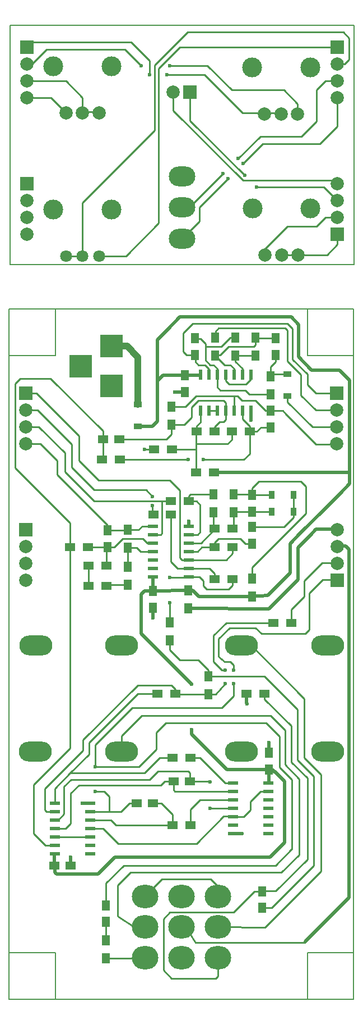
<source format=gbr>
G04 #@! TF.FileFunction,Copper,L1,Top,Signal*
%FSLAX46Y46*%
G04 Gerber Fmt 4.6, Leading zero omitted, Abs format (unit mm)*
G04 Created by KiCad (PCBNEW 4.0.7) date 01/23/18 15:00:53*
%MOMM*%
%LPD*%
G01*
G04 APERTURE LIST*
%ADD10C,0.100000*%
%ADD11C,0.150000*%
%ADD12R,2.000000X2.000000*%
%ADD13C,2.000000*%
%ADD14R,3.500000X3.500000*%
%ADD15O,4.000000X3.500000*%
%ADD16C,3.000000*%
%ADD17O,5.000000X3.000000*%
%ADD18R,1.250000X1.500000*%
%ADD19R,1.500000X1.250000*%
%ADD20R,0.900000X1.200000*%
%ADD21R,1.200000X0.900000*%
%ADD22R,1.500000X1.300000*%
%ADD23R,1.300000X1.500000*%
%ADD24O,4.000000X3.000000*%
%ADD25R,1.500000X0.600000*%
%ADD26R,0.600000X1.500000*%
%ADD27C,1.800000*%
%ADD28C,0.600000*%
%ADD29C,0.500000*%
%ADD30C,0.250000*%
%ADD31C,1.000000*%
G04 APERTURE END LIST*
D10*
D11*
X77927200Y-187782200D02*
X77927200Y-187502800D01*
X78435200Y-187782200D02*
X77317600Y-187782200D01*
X123069200Y-40955000D02*
X122713600Y-40955000D01*
X123069200Y-77023000D02*
X123069200Y-40955000D01*
X122688200Y-77023000D02*
X123069200Y-77023000D01*
X71050000Y-40955000D02*
X122866000Y-40955000D01*
X71050000Y-77023000D02*
X71050000Y-40955000D01*
X71050000Y-77023000D02*
X122866000Y-77023000D01*
X116027200Y-180797200D02*
X123012200Y-180797200D01*
X116027200Y-187782200D02*
X116027200Y-180797200D01*
X77927200Y-180797200D02*
X70942200Y-180797200D01*
X77927200Y-187782200D02*
X77927200Y-180797200D01*
X77927200Y-90754200D02*
X70942200Y-90754200D01*
X77927200Y-83769200D02*
X77927200Y-90754200D01*
X116027200Y-90754200D02*
X116027200Y-83769200D01*
X123012200Y-90754200D02*
X116027200Y-90754200D01*
X123012200Y-83769200D02*
X70942200Y-83769200D01*
X123012200Y-187782200D02*
X123012200Y-83769200D01*
X70942200Y-187782200D02*
X123012200Y-187782200D01*
X70942200Y-83769200D02*
X70942200Y-187782200D01*
D12*
X98278800Y-51089600D03*
D13*
X95738800Y-51089600D03*
D14*
X86423500Y-95377000D03*
X86423500Y-89377000D03*
X81723500Y-92377000D03*
D15*
X91502600Y-172311000D03*
X97002600Y-172311000D03*
X102502600Y-172311000D03*
X91502600Y-176911000D03*
X97002600Y-176911000D03*
X102502600Y-176911000D03*
X91502600Y-181511000D03*
X97002600Y-181511000D03*
X102502600Y-181511000D03*
D12*
X73583800Y-64846200D03*
D13*
X73583800Y-67386200D03*
X73583800Y-69926200D03*
X73583800Y-72466200D03*
D12*
X73583800Y-44323000D03*
D13*
X73583800Y-46863000D03*
X73583800Y-49403000D03*
X73583800Y-51943000D03*
D12*
X120548400Y-72491600D03*
D13*
X120548400Y-69951600D03*
X120548400Y-67411600D03*
X120548400Y-64871600D03*
D12*
X120523000Y-44323000D03*
D13*
X120523000Y-46863000D03*
X120523000Y-49403000D03*
X120523000Y-51943000D03*
D12*
X73456800Y-116992400D03*
D13*
X73456800Y-119532400D03*
X73456800Y-122072400D03*
X73456800Y-124612400D03*
D12*
X73469500Y-96456500D03*
D13*
X73469500Y-98996500D03*
X73469500Y-101536500D03*
X73469500Y-104076500D03*
D12*
X120497600Y-124612400D03*
D13*
X120497600Y-122072400D03*
X120497600Y-119532400D03*
X120497600Y-116992400D03*
D12*
X120446800Y-96469200D03*
D13*
X120446800Y-99009200D03*
X120446800Y-101549200D03*
X120446800Y-104089200D03*
X79531200Y-54203600D03*
X82031200Y-54203600D03*
X84531200Y-54203600D03*
D16*
X77631200Y-47203600D03*
X86431200Y-47203600D03*
D13*
X109604800Y-75590400D03*
X112104800Y-75590400D03*
X114604800Y-75590400D03*
D16*
X107704800Y-68590400D03*
X116504800Y-68590400D03*
D13*
X109554000Y-54330600D03*
X112054000Y-54330600D03*
X114554000Y-54330600D03*
D16*
X107654000Y-47330600D03*
X116454000Y-47330600D03*
D17*
X87919700Y-134455900D03*
X87919700Y-150455900D03*
X74919700Y-150455900D03*
X74942700Y-134455900D03*
X106072800Y-150468600D03*
X106072800Y-134468600D03*
X119072800Y-134468600D03*
X119049800Y-150468600D03*
D18*
X109143800Y-174020800D03*
X109143800Y-171520800D03*
D19*
X98278000Y-154940000D03*
X95778000Y-154940000D03*
X90190000Y-158242000D03*
X92690000Y-158242000D03*
D18*
X85572600Y-176129000D03*
X85572600Y-173629000D03*
X107696000Y-116606000D03*
X107696000Y-119106000D03*
X110490000Y-99080000D03*
X110490000Y-101580000D03*
X99060000Y-90658000D03*
X99060000Y-88158000D03*
X107696000Y-111780000D03*
X107696000Y-114280000D03*
D19*
X85110000Y-103378000D03*
X87610000Y-103378000D03*
D18*
X85852000Y-119614000D03*
X85852000Y-117114000D03*
X92710000Y-126258000D03*
X92710000Y-128758000D03*
X97536000Y-93746000D03*
X97536000Y-96246000D03*
D19*
X77744000Y-167640000D03*
X80244000Y-167640000D03*
D18*
X110236000Y-153142000D03*
X110236000Y-150642000D03*
X111252000Y-90658000D03*
X111252000Y-88158000D03*
D20*
X110618000Y-111760000D03*
X113918000Y-111760000D03*
X113918000Y-114300000D03*
X110618000Y-114300000D03*
D21*
X90424000Y-101472000D03*
X90424000Y-98172000D03*
X113030000Y-96900000D03*
X113030000Y-93600000D03*
D22*
X109554000Y-141732000D03*
X106854000Y-141732000D03*
D23*
X101092000Y-141812000D03*
X101092000Y-139112000D03*
D22*
X93392000Y-141732000D03*
X96092000Y-141732000D03*
X98378000Y-151384000D03*
X95678000Y-151384000D03*
X95678000Y-161544000D03*
X98378000Y-161544000D03*
D23*
X85572600Y-181588400D03*
X85572600Y-178888400D03*
X95250000Y-130984000D03*
X95250000Y-133684000D03*
D22*
X102028000Y-124460000D03*
X104728000Y-124460000D03*
X92718900Y-114719100D03*
X95418900Y-114719100D03*
X101934000Y-108394500D03*
X99234000Y-108394500D03*
X95584000Y-104902000D03*
X92884000Y-104902000D03*
X104593400Y-102196900D03*
X107293400Y-102196900D03*
X102028000Y-119634000D03*
X104728000Y-119634000D03*
X101959400Y-102196900D03*
X99259400Y-102196900D03*
D23*
X104902000Y-111680000D03*
X104902000Y-114380000D03*
X107696000Y-127080000D03*
X107696000Y-124380000D03*
D22*
X85010000Y-106426000D03*
X87710000Y-106426000D03*
X102028000Y-116840000D03*
X104728000Y-116840000D03*
D23*
X101854000Y-111680000D03*
X101854000Y-114380000D03*
D22*
X98073200Y-112737900D03*
X95373200Y-112737900D03*
D23*
X88900000Y-119714000D03*
X88900000Y-117014000D03*
X88900000Y-125302000D03*
X88900000Y-122602000D03*
D22*
X82978000Y-125476000D03*
X85678000Y-125476000D03*
X85678000Y-122428000D03*
X82978000Y-122428000D03*
X80184000Y-119634000D03*
X82884000Y-119634000D03*
D23*
X98044000Y-128858000D03*
X98044000Y-126158000D03*
X95504000Y-98472000D03*
X95504000Y-101172000D03*
D22*
X113618000Y-131064000D03*
X110918000Y-131064000D03*
D23*
X105156000Y-90758000D03*
X105156000Y-88058000D03*
X108204000Y-88058000D03*
X108204000Y-90758000D03*
X110490000Y-93900000D03*
X110490000Y-96600000D03*
X102108000Y-88058000D03*
X102108000Y-90758000D03*
D24*
X97059600Y-68463200D03*
X97059600Y-73163200D03*
X97059600Y-63763200D03*
D25*
X83218000Y-165862000D03*
X83218000Y-164592000D03*
X83218000Y-163322000D03*
X83218000Y-162052000D03*
X83218000Y-160782000D03*
X83218000Y-159512000D03*
X83218000Y-158242000D03*
X77818000Y-158242000D03*
X77818000Y-159512000D03*
X77818000Y-160782000D03*
X77818000Y-162052000D03*
X77818000Y-163322000D03*
X77818000Y-164592000D03*
X77818000Y-165862000D03*
X104742000Y-155194000D03*
X104742000Y-156464000D03*
X104742000Y-157734000D03*
X104742000Y-159004000D03*
X104742000Y-160274000D03*
X104742000Y-161544000D03*
X104742000Y-162814000D03*
X110142000Y-162814000D03*
X110142000Y-161544000D03*
X110142000Y-160274000D03*
X110142000Y-159004000D03*
X110142000Y-157734000D03*
X110142000Y-156464000D03*
X110142000Y-155194000D03*
X98096050Y-124098050D03*
X98096050Y-122828050D03*
X98096050Y-121558050D03*
X98096050Y-120288050D03*
X98096050Y-119018050D03*
X98096050Y-117748050D03*
X98096050Y-116478050D03*
X92696050Y-116478050D03*
X92696050Y-117748050D03*
X92696050Y-119018050D03*
X92696050Y-120288050D03*
X92696050Y-121558050D03*
X92696050Y-122828050D03*
X92696050Y-124098050D03*
D26*
X99847400Y-99054900D03*
X101117400Y-99054900D03*
X102387400Y-99054900D03*
X103657400Y-99054900D03*
X104927400Y-99054900D03*
X106197400Y-99054900D03*
X107467400Y-99054900D03*
X107467400Y-93654900D03*
X106197400Y-93654900D03*
X104927400Y-93654900D03*
X103657400Y-93654900D03*
X102387400Y-93654900D03*
X101117400Y-93654900D03*
X99847400Y-93654900D03*
D27*
X79531200Y-75768200D03*
X82031200Y-75768200D03*
X84531200Y-75768200D03*
D16*
X77631200Y-68768200D03*
X86431200Y-68768200D03*
D28*
X106934000Y-143256000D03*
X92710000Y-130302000D03*
X91440000Y-104902000D03*
X110236000Y-149098000D03*
X107467400Y-100482400D03*
X81991200Y-158242000D03*
X80264000Y-166370000D03*
X106172000Y-162814000D03*
X98094800Y-115773200D03*
X96012000Y-96266000D03*
X98552000Y-140335000D03*
X98552000Y-147193000D03*
X101320600Y-155067000D03*
X101320600Y-159004000D03*
X108337200Y-65415200D03*
X106559200Y-63637200D03*
X95250000Y-124206000D03*
X95250000Y-128016000D03*
X104902000Y-138176000D03*
X104902000Y-140208000D03*
X83947000Y-152781000D03*
X83947000Y-156464000D03*
X94818200Y-48463200D03*
X92151200Y-48463200D03*
X90881200Y-47066200D03*
X95199200Y-47066200D03*
X105543200Y-61097200D03*
X103257200Y-63383200D03*
X104019200Y-64145200D03*
X106305200Y-61859200D03*
X92583000Y-113411000D03*
X92583000Y-112014000D03*
X100330000Y-106426000D03*
X98044000Y-106426000D03*
X103632000Y-140208000D03*
X103632000Y-138176000D03*
D29*
X106854000Y-141732000D02*
X106854000Y-143176000D01*
X106854000Y-143176000D02*
X106934000Y-143256000D01*
X92710000Y-128758000D02*
X92697300Y-130289300D01*
X92697300Y-130289300D02*
X92710000Y-130302000D01*
D30*
X92884000Y-104902000D02*
X91465400Y-104927400D01*
X91465400Y-104927400D02*
X91440000Y-104902000D01*
D29*
X110236000Y-150642000D02*
X110236000Y-149098000D01*
X107467400Y-99054900D02*
X107467400Y-100482400D01*
X83218000Y-158242000D02*
X81991200Y-158242000D01*
X80244000Y-167640000D02*
X80269400Y-166375400D01*
X80269400Y-166375400D02*
X80264000Y-166370000D01*
X104742000Y-162814000D02*
X106172000Y-162814000D01*
X110236000Y-150642000D02*
X110317600Y-150565800D01*
X110317600Y-150565800D02*
X110312200Y-150571200D01*
X98096050Y-116478050D02*
X98096050Y-115774450D01*
X98096050Y-115774450D02*
X98094800Y-115773200D01*
X97536000Y-96246000D02*
X96019300Y-96258700D01*
X96019300Y-96258700D02*
X96012000Y-96266000D01*
D30*
X107467400Y-99054900D02*
X107467400Y-99656900D01*
X98378000Y-161544000D02*
X98378000Y-159178000D01*
X99822000Y-157734000D02*
X104742000Y-157734000D01*
X98378000Y-159178000D02*
X99822000Y-157734000D01*
X104775000Y-157734000D02*
X104742000Y-157734000D01*
D29*
X98044000Y-126158000D02*
X98726000Y-126158000D01*
X99648000Y-127080000D02*
X107696000Y-127080000D01*
X98726000Y-126158000D02*
X99648000Y-127080000D01*
X90424000Y-101472000D02*
X92584000Y-101472000D01*
X92584000Y-101472000D02*
X93345000Y-100711000D01*
X93345000Y-100711000D02*
X93345000Y-88392000D01*
X93345000Y-94742000D02*
X93345000Y-88392000D01*
X93345000Y-88392000D02*
X94887100Y-86849900D01*
X122428000Y-108356400D02*
X122428000Y-94488000D01*
X94887100Y-86849900D02*
X96774000Y-84963000D01*
X96774000Y-84963000D02*
X113563400Y-84963000D01*
X113563400Y-84963000D02*
X114681000Y-86080600D01*
X114681000Y-86080600D02*
X114681000Y-90982800D01*
X114681000Y-90982800D02*
X116662200Y-92964000D01*
X116662200Y-92964000D02*
X120904000Y-92964000D01*
X122428000Y-94488000D02*
X120904000Y-92964000D01*
X97536000Y-93746000D02*
X94214000Y-93746000D01*
X94214000Y-93746000D02*
X94234000Y-93726000D01*
X97536000Y-93746000D02*
X99756300Y-93746000D01*
X99756300Y-93746000D02*
X99847400Y-93654900D01*
X103886000Y-153162000D02*
X110216000Y-153162000D01*
X110216000Y-153162000D02*
X110236000Y-153142000D01*
X98552000Y-147193000D02*
X98552000Y-147828000D01*
X98552000Y-147828000D02*
X103886000Y-153162000D01*
X110236000Y-153142000D02*
X110185200Y-155150800D01*
X110185200Y-155150800D02*
X110142000Y-155194000D01*
X110236000Y-153142000D02*
X110749400Y-153142000D01*
X110749400Y-153142000D02*
X112572800Y-154965400D01*
X77744000Y-167640000D02*
X77744000Y-165936000D01*
X77744000Y-165936000D02*
X77818000Y-165862000D01*
X92710000Y-126258000D02*
X92710000Y-124112000D01*
X92710000Y-124112000D02*
X92696050Y-124098050D01*
X92710000Y-126258000D02*
X91420000Y-126258000D01*
X91420000Y-126258000D02*
X90932000Y-126746000D01*
X92710000Y-126258000D02*
X98007500Y-126194500D01*
X98007500Y-126194500D02*
X98044000Y-126158000D01*
X98044000Y-126158000D02*
X98044000Y-126187200D01*
X110236000Y-153142000D02*
X111079600Y-153472200D01*
X111079600Y-153472200D02*
X112572800Y-154965400D01*
X101934000Y-108394500D02*
X122389900Y-108394500D01*
X122389900Y-108394500D02*
X122428000Y-108356400D01*
X122428000Y-109347000D02*
X122428000Y-110109000D01*
X107696000Y-127080000D02*
X110009950Y-126972050D01*
X113411000Y-119126000D02*
X113411000Y-123571000D01*
X113411000Y-123571000D02*
X111506000Y-125476000D01*
X114966750Y-117570250D02*
X113411000Y-119126000D01*
X118554500Y-113982500D02*
X120929400Y-111607600D01*
X114966750Y-117570250D02*
X118554500Y-113982500D01*
X110009950Y-126972050D02*
X111506000Y-125476000D01*
X122428000Y-109347000D02*
X122428000Y-108356400D01*
X122428000Y-110109000D02*
X120929400Y-111607600D01*
X91948000Y-133731000D02*
X98552000Y-140335000D01*
X90932000Y-132715000D02*
X91948000Y-133731000D01*
X90932000Y-126746000D02*
X90932000Y-132715000D01*
X77744000Y-167640000D02*
X77871000Y-168676000D01*
X110363000Y-166370000D02*
X89535000Y-166370000D01*
X112572800Y-164160200D02*
X110363000Y-166370000D01*
X112572800Y-154965400D02*
X112572800Y-164160200D01*
X77871000Y-168676000D02*
X78105000Y-168910000D01*
X78105000Y-168910000D02*
X84378800Y-168910000D01*
X84378800Y-168910000D02*
X86918800Y-166370000D01*
X86918800Y-166370000D02*
X89535000Y-166370000D01*
D30*
X77871000Y-165915000D02*
X77818000Y-165862000D01*
X77343000Y-167239000D02*
X77744000Y-167640000D01*
D29*
X77724000Y-167620000D02*
X77744000Y-167640000D01*
X77798000Y-165882000D02*
X77818000Y-165862000D01*
X110236000Y-153142000D02*
X110343000Y-153065800D01*
X93345000Y-94742000D02*
X93345000Y-94615000D01*
X93345000Y-94615000D02*
X94234000Y-93726000D01*
D30*
X92710000Y-126258000D02*
X92570300Y-124223800D01*
X92570300Y-124223800D02*
X92696050Y-124098050D01*
X97559800Y-125673800D02*
X98044000Y-126158000D01*
X110142000Y-153236000D02*
X110236000Y-153142000D01*
X77724000Y-165956000D02*
X77818000Y-165862000D01*
X98044000Y-126158000D02*
X98218000Y-126158000D01*
X97793500Y-126408500D02*
X98044000Y-126158000D01*
X99847400Y-93654900D02*
X99847400Y-93052900D01*
X92710000Y-125857000D02*
X92710000Y-126258000D01*
X92431550Y-124045050D02*
X92442050Y-124034550D01*
X93392000Y-141732000D02*
X90347800Y-141732000D01*
X90347800Y-141732000D02*
X83007200Y-149072600D01*
X95678000Y-151384000D02*
X93726000Y-151384000D01*
X93726000Y-151384000D02*
X91389200Y-153720800D01*
X77818000Y-158242000D02*
X77818000Y-156065200D01*
X77818000Y-156065200D02*
X80162400Y-153720800D01*
X95678000Y-151384000D02*
X95529400Y-151384000D01*
X91389200Y-153720800D02*
X80162400Y-153720800D01*
X80162400Y-153720800D02*
X83007200Y-150876000D01*
X83007200Y-150876000D02*
X83007200Y-149072600D01*
X95678000Y-151384000D02*
X95402400Y-151384000D01*
X95678000Y-151845000D02*
X95678000Y-151384000D01*
X77724000Y-158242000D02*
X77818000Y-158242000D01*
X98096050Y-120288050D02*
X99421950Y-120288050D01*
X100076000Y-119634000D02*
X102028000Y-119634000D01*
X99421950Y-120288050D02*
X100076000Y-119634000D01*
X107696000Y-119106000D02*
X106660000Y-119106000D01*
X106660000Y-119106000D02*
X105918000Y-118364000D01*
X102028000Y-119634000D02*
X102028000Y-118952000D01*
X102028000Y-118952000D02*
X102616000Y-118364000D01*
X102616000Y-118364000D02*
X105918000Y-118364000D01*
X102028000Y-119634000D02*
X102028000Y-119206000D01*
X102028000Y-119634000D02*
X102000050Y-119399050D01*
X102000050Y-119399050D02*
X101746050Y-119653050D01*
X98278000Y-154940000D02*
X98278000Y-153650000D01*
X98278000Y-153650000D02*
X98044000Y-153416000D01*
X101320600Y-159004000D02*
X104742000Y-159004000D01*
X98278000Y-154940000D02*
X101193600Y-154940000D01*
X101193600Y-154940000D02*
X101320600Y-155067000D01*
X80289400Y-154686000D02*
X79248000Y-155727400D01*
X79248000Y-155727400D02*
X79248000Y-159893000D01*
X98044000Y-153416000D02*
X93472000Y-153416000D01*
X78359000Y-160782000D02*
X79248000Y-159893000D01*
X93472000Y-153416000D02*
X92202000Y-154686000D01*
X92202000Y-154686000D02*
X80289400Y-154686000D01*
X104742000Y-159004000D02*
X104597200Y-159054800D01*
X98405000Y-155067000D02*
X98278000Y-154940000D01*
X98278000Y-154940000D02*
X98278000Y-154539000D01*
X107696000Y-124380000D02*
X107696000Y-122682000D01*
X107696000Y-110744000D02*
X107696000Y-111780000D01*
X108712000Y-109728000D02*
X107696000Y-110744000D01*
X115062000Y-109728000D02*
X108712000Y-109728000D01*
X115824000Y-110490000D02*
X115062000Y-109728000D01*
X115824000Y-114554000D02*
X115824000Y-110490000D01*
X107696000Y-122682000D02*
X115824000Y-114554000D01*
X107696000Y-111780000D02*
X110598000Y-111780000D01*
X110598000Y-111780000D02*
X110618000Y-111760000D01*
X104902000Y-111680000D02*
X107596000Y-111680000D01*
X107596000Y-111680000D02*
X107696000Y-111780000D01*
X107696000Y-124380000D02*
X107737900Y-124380000D01*
X110618000Y-111760000D02*
X110490000Y-111760000D01*
X104902000Y-114380000D02*
X104902000Y-116666000D01*
X104902000Y-116666000D02*
X104728000Y-116840000D01*
X107696000Y-114280000D02*
X105002000Y-114280000D01*
X105002000Y-114280000D02*
X104902000Y-114380000D01*
X110618000Y-114300000D02*
X107716000Y-114300000D01*
X107716000Y-114300000D02*
X107696000Y-114280000D01*
X104648000Y-116760000D02*
X104728000Y-116840000D01*
X98278800Y-51089600D02*
X98278800Y-55356800D01*
X120021200Y-66939200D02*
X121291200Y-66939200D01*
X118497200Y-65415200D02*
X120021200Y-66939200D01*
X108337200Y-65415200D02*
X118497200Y-65415200D01*
X98278800Y-55356800D02*
X106559200Y-63637200D01*
X95738800Y-51089600D02*
X95738800Y-53828800D01*
X106309200Y-64399200D02*
X121291200Y-64399200D01*
X95738800Y-53828800D02*
X106309200Y-64399200D01*
D31*
X90424000Y-98172000D02*
X90424000Y-91059000D01*
X88742000Y-89377000D02*
X86423500Y-89377000D01*
X90424000Y-91059000D02*
X88742000Y-89377000D01*
D30*
X95678000Y-161544000D02*
X87122000Y-161544000D01*
X87122000Y-161544000D02*
X86360000Y-160782000D01*
X95678000Y-161544000D02*
X95678000Y-159940000D01*
X93980000Y-158242000D02*
X92690000Y-158242000D01*
X95678000Y-159940000D02*
X93980000Y-158242000D01*
X86360000Y-160782000D02*
X83218000Y-160782000D01*
X92690000Y-158262000D02*
X92690000Y-158242000D01*
X98378000Y-151384000D02*
X99822000Y-151384000D01*
X103632000Y-155194000D02*
X104742000Y-155194000D01*
X99822000Y-151384000D02*
X103632000Y-155194000D01*
X104038400Y-155194000D02*
X104742000Y-155194000D01*
X98378000Y-151384000D02*
X98298000Y-151384000D01*
X98096050Y-124098050D02*
X99714050Y-124098050D01*
X104728000Y-125396000D02*
X104728000Y-124460000D01*
X104140000Y-125984000D02*
X104728000Y-125396000D01*
X100838000Y-125984000D02*
X104140000Y-125984000D01*
X100330000Y-125476000D02*
X100838000Y-125984000D01*
X100330000Y-124714000D02*
X100330000Y-125476000D01*
X99714050Y-124098050D02*
X100330000Y-124714000D01*
X95250000Y-124206000D02*
X97988100Y-124206000D01*
X97988100Y-124206000D02*
X98096050Y-124098050D01*
X95250000Y-130984000D02*
X95250000Y-128016000D01*
X104728000Y-124913400D02*
X104728000Y-124460000D01*
X104728000Y-124888000D02*
X104728000Y-124460000D01*
X102028000Y-124460000D02*
X102028000Y-123618000D01*
X101238050Y-122828050D02*
X98096050Y-122828050D01*
X102028000Y-123618000D02*
X101238050Y-122828050D01*
X102028000Y-124460000D02*
X102028000Y-123897400D01*
X95418900Y-114719100D02*
X95418900Y-121834900D01*
X96412050Y-122828050D02*
X98096050Y-122828050D01*
X95418900Y-121834900D02*
X96412050Y-122828050D01*
X99847400Y-99054900D02*
X99847400Y-100812600D01*
X99847400Y-100812600D02*
X99259400Y-101400600D01*
X95584000Y-104902000D02*
X99234000Y-104902000D01*
X99234000Y-104089200D02*
X103962200Y-104089200D01*
X103962200Y-104089200D02*
X104593400Y-103458000D01*
X104593400Y-102196900D02*
X104593400Y-103458000D01*
X99234000Y-108394500D02*
X99234000Y-105566200D01*
X99234000Y-105566200D02*
X99234000Y-104902000D01*
X99234000Y-104902000D02*
X99234000Y-104597200D01*
X99234000Y-104597200D02*
X99234000Y-104292400D01*
X99234000Y-104292400D02*
X99234000Y-104089200D01*
X99234000Y-104089200D02*
X99234000Y-102222300D01*
X99234000Y-102222300D02*
X99259400Y-102196900D01*
X104521000Y-102269300D02*
X104593400Y-102196900D01*
X99267000Y-102204500D02*
X99259400Y-102196900D01*
X99259400Y-102196900D02*
X99259400Y-101400600D01*
X104593400Y-102196900D02*
X104593400Y-102530900D01*
X95250000Y-133684000D02*
X95250000Y-135128000D01*
X96774000Y-136652000D02*
X99568000Y-136652000D01*
X95250000Y-135128000D02*
X96774000Y-136652000D01*
X101092000Y-139112000D02*
X101092000Y-138176000D01*
X101092000Y-138176000D02*
X99568000Y-136652000D01*
X95250000Y-134112000D02*
X95250000Y-133684000D01*
X101092000Y-139112000D02*
X109521000Y-139112000D01*
X109521000Y-139112000D02*
X114528600Y-144119600D01*
X109143800Y-174020800D02*
X110586200Y-174020800D01*
X110586200Y-174020800D02*
X114604800Y-170002200D01*
X101092000Y-139112000D02*
X100758000Y-139112000D01*
X94996000Y-133985000D02*
X95250000Y-133684000D01*
X116967000Y-167640000D02*
X114604800Y-170002200D01*
X95551000Y-133985000D02*
X95250000Y-133684000D01*
X114528600Y-144119600D02*
X114528600Y-151739600D01*
X114528600Y-151739600D02*
X116967000Y-154178000D01*
X116967000Y-154178000D02*
X116967000Y-167640000D01*
X104902000Y-138176000D02*
X104902000Y-137414000D01*
X104394000Y-136906000D02*
X103473250Y-136906000D01*
X104902000Y-137414000D02*
X104394000Y-136906000D01*
X83947000Y-156464000D02*
X85344000Y-156464000D01*
X86106000Y-157226000D02*
X86106000Y-159512000D01*
X85344000Y-156464000D02*
X86106000Y-157226000D01*
X90190000Y-158242000D02*
X89154000Y-158242000D01*
X89154000Y-158242000D02*
X87884000Y-159512000D01*
X87884000Y-159512000D02*
X86106000Y-159512000D01*
X86106000Y-159512000D02*
X83218000Y-159512000D01*
X90830400Y-167640000D02*
X88239600Y-167640000D01*
X85572600Y-170307000D02*
X85572600Y-173629000D01*
X88239600Y-167640000D02*
X85572600Y-170307000D01*
X113639600Y-165201600D02*
X113614200Y-165201600D01*
X113614200Y-165201600D02*
X111175800Y-167640000D01*
X119761000Y-124587000D02*
X118300500Y-124587000D01*
X118300500Y-124587000D02*
X116332000Y-126555500D01*
X114554000Y-132715000D02*
X115697000Y-132715000D01*
X116332000Y-132080000D02*
X116332000Y-126555500D01*
X115697000Y-132715000D02*
X116332000Y-132080000D01*
X90551000Y-152781000D02*
X93218000Y-150114000D01*
X93218000Y-150114000D02*
X93218000Y-147574000D01*
X93218000Y-147574000D02*
X94615000Y-146177000D01*
X94615000Y-146177000D02*
X109804200Y-146177000D01*
X109804200Y-146177000D02*
X111785400Y-148158200D01*
X111785400Y-148158200D02*
X111785400Y-152806400D01*
X111785400Y-152806400D02*
X113639600Y-154660600D01*
X113639600Y-154660600D02*
X113639600Y-165201600D01*
X83947000Y-152781000D02*
X90551000Y-152781000D01*
X111175800Y-167640000D02*
X90830400Y-167640000D01*
X114554000Y-132715000D02*
X113919000Y-132715000D01*
X104902000Y-142113000D02*
X104902000Y-140208000D01*
X109093000Y-132715000D02*
X113919000Y-132715000D01*
X108204000Y-131826000D02*
X109093000Y-132715000D01*
X104267000Y-131826000D02*
X108204000Y-131826000D01*
X102616000Y-133477000D02*
X104267000Y-131826000D01*
X102616000Y-136144000D02*
X102616000Y-133477000D01*
X103473250Y-136906000D02*
X102616000Y-136144000D01*
X83947000Y-152781000D02*
X83947000Y-149479000D01*
X103124000Y-143891000D02*
X104902000Y-142113000D01*
X89535000Y-143891000D02*
X103124000Y-143891000D01*
X83947000Y-149479000D02*
X89535000Y-143891000D01*
X90043000Y-157734000D02*
X90190000Y-158242000D01*
X85572600Y-173629000D02*
X85572600Y-173482000D01*
X85572600Y-176129000D02*
X85572600Y-176610000D01*
X85572600Y-176610000D02*
X85572600Y-178888400D01*
X113918000Y-114300000D02*
X113918000Y-115190000D01*
X112502000Y-116606000D02*
X107696000Y-116606000D01*
X113918000Y-115190000D02*
X112502000Y-116606000D01*
X113918000Y-114300000D02*
X113918000Y-114682000D01*
X113918000Y-111760000D02*
X113918000Y-114300000D01*
X107844000Y-116458000D02*
X107696000Y-116606000D01*
X114066000Y-111908000D02*
X113918000Y-111760000D01*
X88138000Y-118364000D02*
X87122000Y-119380000D01*
X86868000Y-119634000D02*
X85872000Y-119634000D01*
X87122000Y-119380000D02*
X86868000Y-119634000D01*
X85872000Y-119634000D02*
X85852000Y-119614000D01*
X85852000Y-119614000D02*
X82904000Y-119614000D01*
X82904000Y-119614000D02*
X82884000Y-119634000D01*
X85678000Y-122428000D02*
X85678000Y-119788000D01*
X85678000Y-119788000D02*
X85852000Y-119614000D01*
X85832000Y-119634000D02*
X85852000Y-119614000D01*
X85852000Y-122254000D02*
X85678000Y-122428000D01*
X92696050Y-119018050D02*
X91840050Y-119018050D01*
X91840050Y-119018050D02*
X91186000Y-118364000D01*
X91186000Y-118364000D02*
X88138000Y-118364000D01*
X79343250Y-108299250D02*
X79343250Y-105441750D01*
X75438000Y-101536500D02*
X73469500Y-101536500D01*
X79343250Y-105441750D02*
X75438000Y-101536500D01*
X95373200Y-112737900D02*
X83781900Y-112737900D01*
X83781900Y-112737900D02*
X79343250Y-108299250D01*
X94068900Y-117551200D02*
X94068900Y-112737900D01*
X93980000Y-112776000D02*
X93980000Y-112737900D01*
X94030800Y-112776000D02*
X93980000Y-112776000D01*
X94068900Y-112737900D02*
X94030800Y-112776000D01*
X95373200Y-112737900D02*
X93980000Y-112737900D01*
X95373200Y-112737900D02*
X95135700Y-112737900D01*
X94068900Y-117551200D02*
X93872050Y-117748050D01*
X95373200Y-112737900D02*
X95199200Y-112737900D01*
X93872050Y-117748050D02*
X92696050Y-117748050D01*
X95373200Y-112737900D02*
X94945200Y-112737900D01*
X73539200Y-69479200D02*
X72777200Y-69479200D01*
X92151200Y-48463200D02*
X92151200Y-46304200D01*
X106207600Y-54239200D02*
X100431600Y-48463200D01*
X100431600Y-48463200D02*
X94818200Y-48463200D01*
X110195200Y-54239200D02*
X106207600Y-54239200D01*
X89357200Y-43510200D02*
X73031200Y-43510200D01*
X92151200Y-46304200D02*
X89357200Y-43510200D01*
X112695200Y-54239200D02*
X110195200Y-54239200D01*
X114554000Y-54330600D02*
X114554000Y-52806600D01*
X114554000Y-52806600D02*
X112496600Y-50749200D01*
X73583800Y-46863000D02*
X74371200Y-46863000D01*
X74371200Y-46863000D02*
X76581000Y-44653200D01*
X76581000Y-44653200D02*
X88468200Y-44653200D01*
X88468200Y-44653200D02*
X90881200Y-47066200D01*
X100914200Y-47066200D02*
X95199200Y-47066200D01*
X104597200Y-50749200D02*
X100914200Y-47066200D01*
X112496600Y-50749200D02*
X104597200Y-50749200D01*
X72828000Y-46847800D02*
X72882800Y-46847800D01*
X73005800Y-46847800D02*
X72828000Y-46847800D01*
X73583800Y-49403000D02*
X79527400Y-49403000D01*
X82031200Y-51906800D02*
X82031200Y-54203600D01*
X79527400Y-49403000D02*
X82031200Y-51906800D01*
X83788100Y-54061400D02*
X81288100Y-54061400D01*
X73583800Y-51943000D02*
X77270600Y-51943000D01*
X77270600Y-51943000D02*
X79531200Y-54203600D01*
X120523000Y-49377600D02*
X118770400Y-49377600D01*
X117424200Y-50723800D02*
X117424200Y-55448200D01*
X118770400Y-49377600D02*
X117424200Y-50723800D01*
X98177200Y-68463200D02*
X103257200Y-63383200D01*
X115138200Y-57734200D02*
X117424200Y-55448200D01*
X108906200Y-57734200D02*
X115138200Y-57734200D01*
X105543200Y-61097200D02*
X108906200Y-57734200D01*
X97059600Y-68463200D02*
X98177200Y-68463200D01*
X120523000Y-51917600D02*
X120523000Y-56235600D01*
X117881400Y-58877200D02*
X113868200Y-58877200D01*
X120523000Y-56235600D02*
X117881400Y-58877200D01*
X99701200Y-70521600D02*
X97059600Y-73163200D01*
X99701200Y-68463200D02*
X99701200Y-70521600D01*
X104019200Y-64145200D02*
X99701200Y-68463200D01*
X109287200Y-58877200D02*
X106305200Y-61859200D01*
X113868200Y-58877200D02*
X109287200Y-58877200D01*
X92583000Y-113411000D02*
X92583000Y-114583200D01*
X92583000Y-114583200D02*
X92718900Y-114719100D01*
X80422750Y-107600750D02*
X80422750Y-104171750D01*
X75247500Y-98996500D02*
X73469500Y-98996500D01*
X80422750Y-104171750D02*
X75247500Y-98996500D01*
X91694000Y-110998000D02*
X92583000Y-112014000D01*
X83820000Y-110998000D02*
X91694000Y-110998000D01*
X80422750Y-107600750D02*
X83820000Y-110998000D01*
X104728000Y-119634000D02*
X104728000Y-120570000D01*
X103739950Y-121558050D02*
X98096050Y-121558050D01*
X104728000Y-120570000D02*
X103739950Y-121558050D01*
X81502250Y-106648250D02*
X81502250Y-102901750D01*
X75057000Y-96456500D02*
X73469500Y-96456500D01*
X81502250Y-102901750D02*
X75057000Y-96456500D01*
X98096050Y-121558050D02*
X97047050Y-121558050D01*
X84455000Y-109601000D02*
X81502250Y-106648250D01*
X95250000Y-109601000D02*
X84455000Y-109601000D01*
X96774000Y-111125000D02*
X95250000Y-109601000D01*
X96774000Y-121285000D02*
X96774000Y-111125000D01*
X97047050Y-121558050D02*
X96774000Y-121285000D01*
X119761000Y-122047000D02*
X118237000Y-122047000D01*
X118237000Y-122047000D02*
X115570000Y-124714000D01*
X113618000Y-131064000D02*
X113618000Y-129079000D01*
X115570000Y-127127000D02*
X115570000Y-124714000D01*
X113618000Y-129079000D02*
X115570000Y-127127000D01*
X113618000Y-131064000D02*
X113618000Y-131398000D01*
X85852000Y-117114000D02*
X85852000Y-116332000D01*
X85852000Y-116332000D02*
X78232000Y-108712000D01*
X88900000Y-117014000D02*
X90504000Y-117014000D01*
X91039950Y-116478050D02*
X92696050Y-116478050D01*
X90504000Y-117014000D02*
X91039950Y-116478050D01*
X85852000Y-117114000D02*
X88800000Y-117114000D01*
X88800000Y-117114000D02*
X88900000Y-117014000D01*
X78232000Y-108712000D02*
X78232000Y-106616500D01*
X78232000Y-106616500D02*
X75692000Y-104076500D01*
X75692000Y-104076500D02*
X73469500Y-104076500D01*
X85852000Y-117114000D02*
X85852000Y-116713000D01*
X85959950Y-117006050D02*
X85852000Y-117114000D01*
X85852000Y-117114000D02*
X85852000Y-116586000D01*
X88800000Y-117114000D02*
X88900000Y-117014000D01*
D29*
X119761000Y-116967000D02*
X117348000Y-116967000D01*
X117348000Y-116967000D02*
X116459000Y-117856000D01*
X114617500Y-124523500D02*
X114617500Y-119697500D01*
X110219500Y-128921500D02*
X98044000Y-128858000D01*
X114617500Y-124523500D02*
X110219500Y-128921500D01*
X114617500Y-119697500D02*
X116459000Y-117856000D01*
D30*
X98044000Y-128858000D02*
X98044000Y-128905000D01*
X101168200Y-179247800D02*
X115519200Y-179247800D01*
X115671600Y-179247800D02*
X115671600Y-179095400D01*
X115519200Y-179247800D02*
X115671600Y-179247800D01*
X97612200Y-176911000D02*
X99085400Y-179247800D01*
X99085400Y-179247800D02*
X101168200Y-179247800D01*
D29*
X122301000Y-120396000D02*
X122301000Y-120015000D01*
X121793000Y-119507000D02*
X119761000Y-119507000D01*
X122301000Y-120015000D02*
X121793000Y-119507000D01*
X122301000Y-152400000D02*
X122301000Y-172466000D01*
X122301000Y-172466000D02*
X121539000Y-173228000D01*
X122301000Y-120396000D02*
X122301000Y-131953000D01*
X115671600Y-179095400D02*
X121539000Y-173228000D01*
X122301000Y-131953000D02*
X122301000Y-152400000D01*
D30*
X97002600Y-176911000D02*
X98120200Y-176911000D01*
X101854000Y-114380000D02*
X101834950Y-116646950D01*
X101834950Y-116646950D02*
X102028000Y-116840000D01*
X102108000Y-116760000D02*
X102028000Y-116840000D01*
X102028000Y-116840000D02*
X102028000Y-116920000D01*
X102028000Y-116920000D02*
X99968050Y-119018050D01*
X99968050Y-119018050D02*
X98096050Y-119018050D01*
X98073200Y-112737900D02*
X98073200Y-111984800D01*
X98378000Y-111680000D02*
X101854000Y-111680000D01*
X98073200Y-111984800D02*
X98378000Y-111680000D01*
X98073200Y-112737900D02*
X98073200Y-112492800D01*
X99822000Y-117348000D02*
X99822000Y-113284000D01*
X99275900Y-112737900D02*
X98073200Y-112737900D01*
X99822000Y-113284000D02*
X99275900Y-112737900D01*
X99421950Y-117748050D02*
X98096050Y-117748050D01*
X99822000Y-117348000D02*
X99421950Y-117748050D01*
X98153200Y-112657900D02*
X98073200Y-112737900D01*
X88900000Y-119714000D02*
X90250000Y-119714000D01*
X90824050Y-120288050D02*
X92696050Y-120288050D01*
X90250000Y-119714000D02*
X90824050Y-120288050D01*
X88900000Y-122602000D02*
X88900000Y-119714000D01*
X88900000Y-125302000D02*
X85852000Y-125302000D01*
X85852000Y-125302000D02*
X85678000Y-125476000D01*
X88820000Y-125222000D02*
X88900000Y-125302000D01*
X88726000Y-125476000D02*
X88900000Y-125302000D01*
X82978000Y-125476000D02*
X82978000Y-122428000D01*
X110142000Y-156464000D02*
X108966000Y-156464000D01*
X106426000Y-160274000D02*
X104742000Y-160274000D01*
X107442000Y-159258000D02*
X106426000Y-160274000D01*
X107442000Y-157988000D02*
X107442000Y-159258000D01*
X108966000Y-156464000D02*
X107442000Y-157988000D01*
X104742000Y-160274000D02*
X103378000Y-160223200D01*
X85115400Y-162052000D02*
X83218000Y-162052000D01*
X87401400Y-164338000D02*
X85115400Y-162052000D01*
X99263200Y-164338000D02*
X87401400Y-164338000D01*
X103378000Y-160223200D02*
X99263200Y-164338000D01*
X104742000Y-160274000D02*
X104063800Y-160274000D01*
X104521000Y-160274000D02*
X104742000Y-160274000D01*
X110142000Y-156464000D02*
X110109000Y-156464000D01*
X101117400Y-99054900D02*
X102387400Y-99054900D01*
X103657400Y-93654900D02*
X103657400Y-94576900D01*
X106705400Y-95084900D02*
X107467400Y-94322900D01*
X104165400Y-95084900D02*
X106705400Y-95084900D01*
X103657400Y-94576900D02*
X104165400Y-95084900D01*
X107467400Y-94322900D02*
X107467400Y-93654900D01*
X77818000Y-162052000D02*
X79502000Y-162052000D01*
X80264000Y-161290000D02*
X80264000Y-157988000D01*
X79502000Y-162052000D02*
X80264000Y-161290000D01*
X95778000Y-154940000D02*
X95778000Y-156230000D01*
X96012000Y-156464000D02*
X104742000Y-156464000D01*
X95778000Y-156230000D02*
X96012000Y-156464000D01*
X93091000Y-155575000D02*
X93853000Y-155575000D01*
X94488000Y-154940000D02*
X95778000Y-154940000D01*
X93853000Y-155575000D02*
X94488000Y-154940000D01*
X93091000Y-155575000D02*
X81457800Y-155575000D01*
X81457800Y-155575000D02*
X80264000Y-156768800D01*
X80264000Y-156768800D02*
X80264000Y-157988000D01*
X95778000Y-154940000D02*
X95778000Y-155468000D01*
X78232000Y-162052000D02*
X77818000Y-162052000D01*
X77818000Y-162052000D02*
X77724000Y-162052000D01*
X117348000Y-104140000D02*
X120396000Y-104140000D01*
X120396000Y-104140000D02*
X120446800Y-104089200D01*
X112776000Y-99568000D02*
X117348000Y-104140000D01*
X108204000Y-97536000D02*
X109728000Y-99060000D01*
X109728000Y-99060000D02*
X110470000Y-99060000D01*
X110470000Y-99060000D02*
X110490000Y-99080000D01*
X110490000Y-99080000D02*
X112288000Y-99080000D01*
X112288000Y-99080000D02*
X112776000Y-99568000D01*
X104902000Y-96862900D02*
X105498900Y-96862900D01*
X106172000Y-97536000D02*
X108204000Y-97536000D01*
X105498900Y-96862900D02*
X106172000Y-97536000D01*
X99568000Y-96862900D02*
X99225100Y-96862900D01*
X97616000Y-98472000D02*
X95504000Y-98472000D01*
X99225100Y-96862900D02*
X97616000Y-98472000D01*
X104927400Y-96862900D02*
X104902000Y-96862900D01*
X104902000Y-96862900D02*
X99568000Y-96862900D01*
X95678000Y-98298000D02*
X95504000Y-98472000D01*
X104927400Y-99054900D02*
X104927400Y-96862900D01*
X110535400Y-99168900D02*
X110490000Y-99080000D01*
X110490000Y-99080000D02*
X110490000Y-98552000D01*
X95504000Y-98472000D02*
X95838000Y-98472000D01*
X107293400Y-102196900D02*
X107293400Y-101451400D01*
X106197400Y-100355400D02*
X106197400Y-99054900D01*
X107293400Y-101451400D02*
X106197400Y-100355400D01*
X107293400Y-102196900D02*
X108369100Y-102196900D01*
X108986000Y-101580000D02*
X110490000Y-101580000D01*
X108369100Y-102196900D02*
X108986000Y-101580000D01*
X100330000Y-106426000D02*
X106426000Y-106426000D01*
X107293400Y-105558600D02*
X107293400Y-102196900D01*
X106426000Y-106426000D02*
X107293400Y-105558600D01*
X98044000Y-106426000D02*
X87710000Y-106426000D01*
X110431900Y-101668900D02*
X110490000Y-101580000D01*
X110490000Y-101580000D02*
X110152500Y-101580000D01*
X107188000Y-102302300D02*
X107293400Y-102196900D01*
X107293400Y-102196900D02*
X107293400Y-102383600D01*
X107293400Y-102196900D02*
X106959400Y-102196900D01*
X97282000Y-89662000D02*
X97282000Y-90170000D01*
X97770000Y-90658000D02*
X99060000Y-90658000D01*
X97282000Y-90170000D02*
X97770000Y-90658000D01*
X101117400Y-93654900D02*
X101117400Y-92811600D01*
X101117400Y-92811600D02*
X100507800Y-92202000D01*
X100507800Y-92202000D02*
X99542600Y-92202000D01*
X99542600Y-92202000D02*
X99085400Y-91744800D01*
X99085400Y-91744800D02*
X99060000Y-90658000D01*
X119761000Y-96456500D02*
X117284500Y-96456500D01*
X117284500Y-96456500D02*
X116014500Y-95186500D01*
X116014500Y-93586300D02*
X116014500Y-95186500D01*
X113792000Y-91363800D02*
X116014500Y-93586300D01*
X113792000Y-86741000D02*
X113792000Y-91363800D01*
X113030000Y-85979000D02*
X113792000Y-86741000D01*
X98679000Y-85979000D02*
X113030000Y-85979000D01*
X97282000Y-87376000D02*
X98679000Y-85979000D01*
X97282000Y-89662000D02*
X97282000Y-87376000D01*
X105156000Y-88058000D02*
X104334300Y-88058000D01*
X104334300Y-88058000D02*
X102984300Y-89408000D01*
X100609400Y-89408000D02*
X102984300Y-89408000D01*
X102387400Y-93654900D02*
X102387400Y-95529400D01*
X107268000Y-96600000D02*
X110490000Y-96600000D01*
X106680000Y-96012000D02*
X107268000Y-96600000D01*
X102870000Y-96012000D02*
X106680000Y-96012000D01*
X102387400Y-95529400D02*
X102870000Y-96012000D01*
X102387400Y-93654900D02*
X102387400Y-92735400D01*
X100609400Y-91490800D02*
X100609400Y-89408000D01*
X100609400Y-89408000D02*
X100609400Y-89496900D01*
X101320600Y-92202000D02*
X100609400Y-91490800D01*
X101854000Y-92202000D02*
X101320600Y-92202000D01*
X102387400Y-92735400D02*
X101854000Y-92202000D01*
X100609400Y-88988900D02*
X99847400Y-88226900D01*
X99847400Y-88226900D02*
X99080000Y-88138000D01*
X100609400Y-89496900D02*
X100609400Y-88988900D01*
X99080000Y-88138000D02*
X99060000Y-88158000D01*
X102387400Y-93654900D02*
X102387400Y-93052900D01*
X102387400Y-93654900D02*
X102387400Y-93052900D01*
X105156000Y-88058000D02*
X104982000Y-88058000D01*
X93218000Y-103378000D02*
X94742000Y-103378000D01*
X95504000Y-102616000D02*
X95504000Y-101172000D01*
X94742000Y-103378000D02*
X95504000Y-102616000D01*
X95504000Y-101172000D02*
X95424000Y-101172000D01*
X87610000Y-103378000D02*
X93218000Y-103378000D01*
X99568000Y-97561400D02*
X99542600Y-97561400D01*
X97456000Y-101172000D02*
X95504000Y-101172000D01*
X98552000Y-100076000D02*
X97456000Y-101172000D01*
X98552000Y-98552000D02*
X98552000Y-100076000D01*
X99542600Y-97561400D02*
X98552000Y-98552000D01*
X103657400Y-97866200D02*
X103657400Y-99054900D01*
X103352600Y-97561400D02*
X103657400Y-97866200D01*
X99568000Y-97561400D02*
X103352600Y-97561400D01*
X101959400Y-102196900D02*
X101959400Y-101545400D01*
X102743000Y-100761800D02*
X103314500Y-100761800D01*
X101959400Y-101545400D02*
X102743000Y-100761800D01*
X95504000Y-101172000D02*
X95504000Y-101092000D01*
X87737000Y-103251000D02*
X87610000Y-103378000D01*
X103657400Y-99054900D02*
X103657400Y-98323400D01*
X95524000Y-101192000D02*
X95504000Y-101172000D01*
X95504000Y-101172000D02*
X95678000Y-101172000D01*
X101959400Y-102196900D02*
X101959400Y-102116900D01*
X103314500Y-100761800D02*
X103657400Y-100418900D01*
X103657400Y-100418900D02*
X103657400Y-99054900D01*
X95504000Y-101172000D02*
X95932000Y-101172000D01*
X102387400Y-101768900D02*
X101959400Y-102196900D01*
X111252000Y-90658000D02*
X111252000Y-91694000D01*
X111252000Y-91694000D02*
X110490000Y-92456000D01*
X110490000Y-93900000D02*
X110490000Y-92456000D01*
X113030000Y-93600000D02*
X110790000Y-93600000D01*
X110790000Y-93600000D02*
X110490000Y-93900000D01*
X112882000Y-93452000D02*
X113030000Y-93600000D01*
X103632000Y-89916000D02*
X103632000Y-89916000D01*
X102870000Y-90678000D02*
X102188000Y-90678000D01*
X103632000Y-89916000D02*
X102870000Y-90678000D01*
X102188000Y-90678000D02*
X102108000Y-90758000D01*
X102108000Y-90758000D02*
X102536000Y-90758000D01*
X103632000Y-89916000D02*
X104140000Y-89408000D01*
X108204000Y-89154000D02*
X108204000Y-88058000D01*
X107950000Y-89408000D02*
X108204000Y-89154000D01*
X104140000Y-89408000D02*
X107950000Y-89408000D01*
X102108000Y-90766900D02*
X103479600Y-92202000D01*
X104927400Y-92735400D02*
X104927400Y-93654900D01*
X104394000Y-92202000D02*
X104927400Y-92735400D01*
X103479600Y-92202000D02*
X104394000Y-92202000D01*
X111252000Y-88158000D02*
X108304000Y-88158000D01*
X108304000Y-88158000D02*
X108204000Y-88058000D01*
X102108000Y-90758000D02*
X102108000Y-90678000D01*
X102108000Y-90758000D02*
X102282000Y-90758000D01*
X113030000Y-96900000D02*
X113030000Y-97790000D01*
X116789200Y-101549200D02*
X120446800Y-101549200D01*
X113030000Y-97790000D02*
X116789200Y-101549200D01*
X102616000Y-86614000D02*
X112649000Y-86614000D01*
X119761000Y-98996500D02*
X117284500Y-98996500D01*
X117284500Y-98996500D02*
X115062000Y-96774000D01*
X115062000Y-93649800D02*
X115062000Y-96774000D01*
X113030000Y-91617800D02*
X115062000Y-93649800D01*
X113030000Y-86995000D02*
X113030000Y-91617800D01*
X112649000Y-86614000D02*
X113030000Y-86995000D01*
X102108000Y-88058000D02*
X102133400Y-87096600D01*
X102133400Y-87096600D02*
X102616000Y-86614000D01*
X102108000Y-88058000D02*
X102108000Y-87312500D01*
X103632000Y-138176000D02*
X103124000Y-138176000D01*
X101854000Y-136906000D02*
X101854000Y-135890000D01*
X103124000Y-138176000D02*
X101854000Y-136906000D01*
X101092000Y-141812000D02*
X96172000Y-141812000D01*
X96172000Y-141812000D02*
X96092000Y-141732000D01*
X101092000Y-141812000D02*
X102155000Y-141812000D01*
X102155000Y-141812000D02*
X103632000Y-140208000D01*
X76327000Y-159258000D02*
X76327000Y-156083000D01*
X82092800Y-150317200D02*
X82092800Y-148717000D01*
X76327000Y-156083000D02*
X82092800Y-150317200D01*
X76327000Y-159258000D02*
X76581000Y-159512000D01*
X96092000Y-141732000D02*
X96092000Y-141050000D01*
X76581000Y-159512000D02*
X77818000Y-159512000D01*
X103759000Y-131064000D02*
X110918000Y-131064000D01*
X101854000Y-135890000D02*
X101854000Y-132969000D01*
X101854000Y-132969000D02*
X103759000Y-131064000D01*
X101012000Y-141732000D02*
X101092000Y-141812000D01*
X90347800Y-140462000D02*
X93218000Y-140462000D01*
X82092800Y-148717000D02*
X90347800Y-140462000D01*
X95504000Y-140462000D02*
X93218000Y-140462000D01*
X96092000Y-141050000D02*
X95504000Y-140462000D01*
X106197400Y-93654900D02*
X106197400Y-92735400D01*
X105156000Y-91694000D02*
X105156000Y-90758000D01*
X106197400Y-92735400D02*
X105156000Y-91694000D01*
X105156000Y-90758000D02*
X105156000Y-91393537D01*
X105156000Y-90758000D02*
X108204000Y-90758000D01*
X85110000Y-103378000D02*
X85110000Y-102128000D01*
X77216000Y-94234000D02*
X75692000Y-94234000D01*
X85110000Y-102128000D02*
X77216000Y-94234000D01*
X80184000Y-119634000D02*
X80184000Y-149940000D01*
X76454000Y-164592000D02*
X77818000Y-164592000D01*
X74676000Y-162814000D02*
X76454000Y-164592000D01*
X74676000Y-155448000D02*
X74676000Y-162814000D01*
X80184000Y-149940000D02*
X74676000Y-155448000D01*
X80184000Y-119634000D02*
X80184000Y-115998000D01*
X80184000Y-115998000D02*
X71882000Y-107696000D01*
X71882000Y-107696000D02*
X71882000Y-94996000D01*
X71882000Y-94996000D02*
X72644000Y-94234000D01*
X72644000Y-94234000D02*
X75692000Y-94234000D01*
X85110000Y-103378000D02*
X85110000Y-106326000D01*
X85110000Y-106326000D02*
X85010000Y-106426000D01*
X85110000Y-103378000D02*
X84836000Y-103378000D01*
X80010000Y-119808000D02*
X80184000Y-119634000D01*
X83218000Y-163322000D02*
X77818000Y-163322000D01*
X78486000Y-163322000D02*
X77818000Y-163322000D01*
X109554000Y-141732000D02*
X109554000Y-142574000D01*
X109554000Y-142574000D02*
X113588800Y-146608800D01*
X111048800Y-171450000D02*
X111252000Y-171450000D01*
X116001800Y-166700200D02*
X116001800Y-154482800D01*
X113588800Y-152044400D02*
X113588800Y-146608800D01*
X113588800Y-152069800D02*
X116001800Y-154482800D01*
X113588800Y-152044400D02*
X113588800Y-152069800D01*
X111048800Y-171450000D02*
X109214600Y-171450000D01*
X111252000Y-171450000D02*
X116001800Y-166700200D01*
X109143800Y-171520800D02*
X108006200Y-171520800D01*
X108006200Y-171520800D02*
X104851200Y-174675800D01*
X109214600Y-171450000D02*
X109143800Y-171520800D01*
X100482400Y-184683400D02*
X102133400Y-184683400D01*
X104851200Y-174675800D02*
X95910400Y-174675800D01*
X95504000Y-184683400D02*
X100482400Y-184683400D01*
X95250000Y-174675800D02*
X94259400Y-175666400D01*
X94259400Y-175666400D02*
X94259400Y-183438800D01*
X94259400Y-183438800D02*
X95504000Y-184683400D01*
X95910400Y-174675800D02*
X95250000Y-174675800D01*
X102133400Y-184683400D02*
X102502600Y-184314200D01*
X102502600Y-184314200D02*
X102502600Y-181511000D01*
X109143800Y-171520800D02*
X109143800Y-171145200D01*
X102502600Y-181511000D02*
X101475600Y-181511000D01*
X102502600Y-176911000D02*
X109575600Y-176987200D01*
X109575600Y-176987200D02*
X110261400Y-176301400D01*
X115544600Y-142468600D02*
X107405600Y-134329600D01*
X115544600Y-151409400D02*
X115544600Y-142468600D01*
X118059200Y-153924000D02*
X115544600Y-151409400D01*
X118059200Y-168503600D02*
X118059200Y-153924000D01*
X110261400Y-176301400D02*
X118059200Y-168503600D01*
X91502600Y-176911000D02*
X89789000Y-176911000D01*
X89789000Y-176911000D02*
X87325200Y-175310800D01*
X87325200Y-175310800D02*
X87325200Y-170637200D01*
X87325200Y-170637200D02*
X89281000Y-168681400D01*
X89281000Y-168681400D02*
X112090200Y-168681400D01*
X112090200Y-168681400D02*
X114757200Y-166014400D01*
X114757200Y-166014400D02*
X114757200Y-154584400D01*
X114757200Y-154584400D02*
X112623600Y-152450800D01*
X112623600Y-152450800D02*
X112623600Y-147218400D01*
X112623600Y-147218400D02*
X110464600Y-145059400D01*
X110464600Y-145059400D02*
X90982800Y-145059400D01*
X90982800Y-145059400D02*
X87919700Y-148122500D01*
X87919700Y-148122500D02*
X87919700Y-150455900D01*
X87919700Y-150455900D02*
X87919700Y-150332300D01*
X85572600Y-181588400D02*
X91425200Y-181588400D01*
X91425200Y-181588400D02*
X91502600Y-181511000D01*
D29*
X91500000Y-181508400D02*
X91502600Y-181511000D01*
D30*
X91502600Y-172311000D02*
X91502600Y-172200200D01*
X91502600Y-172200200D02*
X94056200Y-169646600D01*
X101371400Y-169646600D02*
X102502600Y-170777800D01*
X94056200Y-169646600D02*
X101371400Y-169646600D01*
X102502600Y-170777800D02*
X102502600Y-172311000D01*
X91502600Y-172311000D02*
X91595000Y-172311000D01*
X114604800Y-75590400D02*
X112104800Y-75590400D01*
X114604800Y-75590400D02*
X118999000Y-75590400D01*
X120548400Y-74041000D02*
X120548400Y-72491600D01*
X118999000Y-75590400D02*
X120548400Y-74041000D01*
X109604800Y-75590400D02*
X109604800Y-74672200D01*
X109604800Y-74672200D02*
X112979200Y-71297800D01*
X112979200Y-71297800D02*
X117398800Y-71297800D01*
X117398800Y-71297800D02*
X118745000Y-69951600D01*
X118745000Y-69951600D02*
X120548400Y-69951600D01*
X84531200Y-75768200D02*
X88569800Y-75768200D01*
X93522800Y-70815200D02*
X93522800Y-66979800D01*
X88569800Y-75768200D02*
X93522800Y-70815200D01*
X120523000Y-44297600D02*
X96697800Y-44297600D01*
X96697800Y-44297600D02*
X95859600Y-45135800D01*
X93522800Y-47472600D02*
X95859600Y-45135800D01*
X93522800Y-66979800D02*
X93522800Y-47472600D01*
X98374200Y-42037000D02*
X97942400Y-42037000D01*
X97942400Y-42037000D02*
X92964000Y-47015400D01*
X121615200Y-46837600D02*
X120523000Y-46837600D01*
X122301000Y-46151800D02*
X121615200Y-46837600D01*
X122301000Y-42900600D02*
X122301000Y-46151800D01*
X121437400Y-42037000D02*
X122301000Y-42900600D01*
X98374200Y-42037000D02*
X121437400Y-42037000D01*
X82031200Y-75768200D02*
X82031200Y-67727200D01*
X92964000Y-56794400D02*
X92964000Y-47015400D01*
X82626200Y-67132200D02*
X92964000Y-56794400D01*
X82031200Y-67727200D02*
X82626200Y-67132200D01*
X82031200Y-75768200D02*
X79531200Y-75768200D01*
X120523000Y-46837600D02*
X119735600Y-46837600D01*
X83312000Y-165956000D02*
X83218000Y-165862000D01*
X83312000Y-165956000D02*
X83218000Y-165862000D01*
X83312000Y-165956000D02*
X83218000Y-165862000D01*
X83312000Y-164592000D02*
X83218000Y-164592000D01*
M02*

</source>
